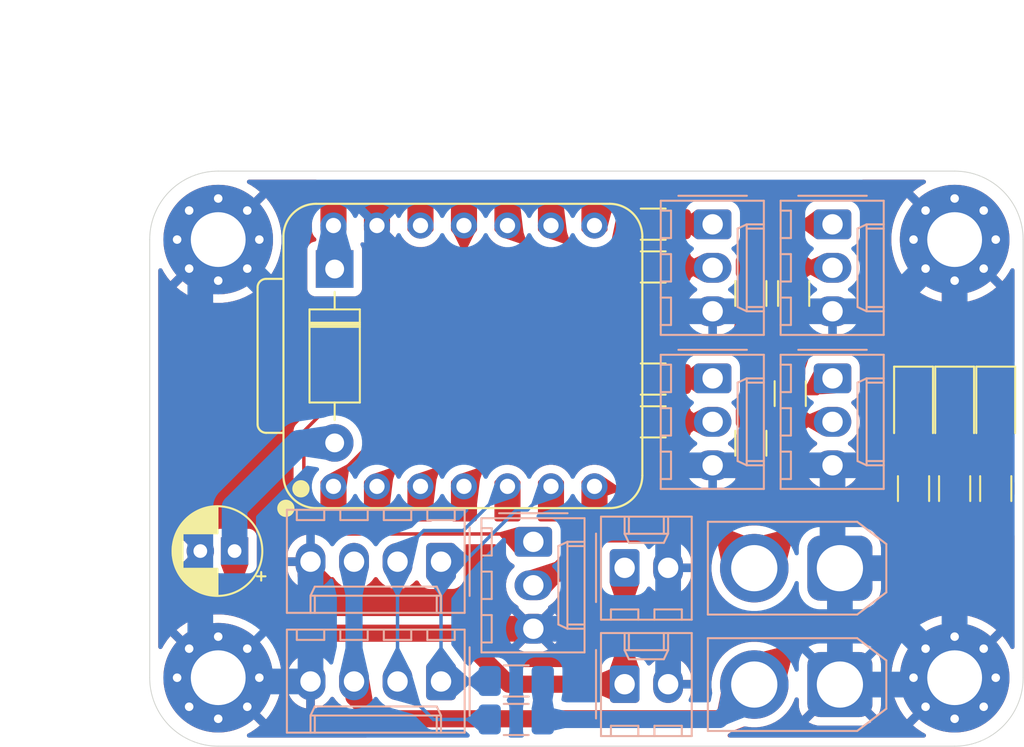
<source format=kicad_pcb>
(kicad_pcb (version 20241229) (generator "pcbnew") (generator_version "9.0")
  (layers (0 "F.Cu" signal) (2 "B.Cu" signal) (13 "F.Paste" user) (15 "B.Paste" user) (5 "F.SilkS" user "F.Silkscreen") (7 "B.SilkS" user "B.Silkscreen") (1 "F.Mask" user) (3 "B.Mask" user) (25 "Edge.Cuts" user))
  (net 0 "")
  (net 1 "GND")
  (net 2 "+5V")
  (net 3 "Net-(D1-K)")
  (net 4 "Net-(D2-A)")
  (net 5 "Net-(D3-A)")
  (net 6 "Net-(D4-A)")
  (net 7 "U2")
  (net 8 "U1")
  (net 9 "U3")
  (net 10 "U4")
  (net 11 "U5")
  (net 12 "U6")
  (net 13 "U7")
  (net 14 "U8")
  (net 15 "+12V")
  (net 16 "LI AX12A")
  (net 17 "+3.3V")
  (net 18 "SDA")
  (net 19 "SCL")
  (net 20 "Net-(U1-GPIO1{slash}D0{slash}A0)")
  (net 21 "Net-(U1-GPIO2{slash}DA{slash}A1)")
  (net 22 "Net-(U1-GPIO3{slash}D2{slash}A2)")
  (net 23 "Net-(U1-GPIO4{slash}D3{slash}A3)")
  (net 24 "Net-(U1-GPIO8{slash}D9{slash}A9{slash}MISO)")
  (net 25 "Net-(U1-GPIO7{slash}D8{slash}A8{slash}SCK)")
  (net 26 "Net-(U1-U0RXD{slash}D7{slash}RX)")
  (net 27 "Net-(U1-U0TXD{slash}D6{slash}TX)")
  (footprint "Capacitor_THT:CP_Radial_D5.0mm_P2.00mm" (layer "F.Cu") (at 113.355112 102.8 180)
    (property "Reference" "C1" (hide yes))
    (property "Value" "100µF" (hide yes))
    (pad "1" thru_hole rect (at 0 0 180) (size 1.6 1.6) (drill 0.8) (layers "*.Cu" "*.Mask") (net 2 "+5V"))
    (pad "2" thru_hole circle (at 2.000001 0 180) (size 1.6 1.6) (drill 0.8) (layers "*.Cu" "*.Mask") (net 1 "GND"))
  )
  (footprint "LED_SMD:LED_1206_3216Metric" (layer "F.Cu") (at 155.4 94.31 -90)
    (property "Reference" "D2" (hide yes))
    (property "Value" "LED_Small" (hide yes))
    (pad "1" smd roundrect (at -1.399999 0 270) (size 1.25 1.75) (layers "F.Cu" "F.Mask" "F.Paste") (roundrect_rratio 0.2) (net 1 "GND"))
    (pad "2" smd roundrect (at 1.399999 0 270) (size 1.25 1.75) (layers "F.Cu" "F.Mask" "F.Paste") (roundrect_rratio 0.2) (net 4 "Net-(D2-A)"))
  )
  (footprint "MountingHole:MountingHole_3.2mm_M3_Pad_Via" (layer "F.Cu") (at 155.4 84.6)
    (property "Reference" "H1" (hide yes))
    (property "Value" "MountingHole_Pad" (hide yes))
    (pad "1" thru_hole circle (at -2.4 0) (size 0.8 0.8) (drill 0.5) (layers "*.Cu" "*.Mask") (net 1 "GND"))
    (pad "1" thru_hole circle (at -1.697056 -1.697056) (size 0.8 0.8) (drill 0.5) (layers "*.Cu" "*.Mask") (net 1 "GND"))
    (pad "1" thru_hole circle (at -1.697056 1.697056) (size 0.8 0.8) (drill 0.5) (layers "*.Cu" "*.Mask") (net 1 "GND"))
    (pad "1" thru_hole circle (at 0 -2.4) (size 0.8 0.8) (drill 0.5) (layers "*.Cu" "*.Mask") (net 1 "GND"))
    (pad "1" thru_hole circle (at 0 0) (size 6.4 6.4) (drill 3.2) (layers "*.Cu" "*.Mask") (net 1 "GND"))
    (pad "1" thru_hole circle (at 0 2.4) (size 0.8 0.8) (drill 0.5) (layers "*.Cu" "*.Mask") (net 1 "GND"))
    (pad "1" thru_hole circle (at 1.697056 -1.697056) (size 0.8 0.8) (drill 0.5) (layers "*.Cu" "*.Mask") (net 1 "GND"))
    (pad "1" thru_hole circle (at 1.697056 1.697056) (size 0.8 0.8) (drill 0.5) (layers "*.Cu" "*.Mask") (net 1 "GND"))
    (pad "1" thru_hole circle (at 2.4 0) (size 0.8 0.8) (drill 0.5) (layers "*.Cu" "*.Mask") (net 1 "GND"))
  )
  (footprint "Seeed Studio XIAO Series Library:XIAO-ESP32S3-DIP" (layer "F.Cu") (at 126.75 91.4 90)
    (property "Reference" "U1" (hide yes))
    (property "Value" "XIAO-ESP32-S3-DIP" (hide yes))
    (pad "1" smd roundrect (at -8.455 -7.62 270) (size 2.432 1.524) (layers "F.Cu" "F.Mask") (roundrect_rratio 0.1) (net 20 "Net-(U1-GPIO1{slash}D0{slash}A0)"))
    (pad "1" thru_hole circle (at -7.62 -7.62 270) (size 1.524 1.524) (drill 0.889) (layers "*.Cu" "*.Mask") (net 20 "Net-(U1-GPIO1{slash}D0{slash}A0)"))
    (pad "2" smd roundrect (at -8.455 -5.08 270) (size 2.432 1.524) (layers "F.Cu" "F.Mask") (roundrect_rratio 0.1) (net 21 "Net-(U1-GPIO2{slash}DA{slash}A1)"))
    (pad "2" thru_hole circle (at -7.62 -5.08 270) (size 1.524 1.524) (drill 0.889) (layers "*.Cu" "*.Mask") (net 21 "Net-(U1-GPIO2{slash}DA{slash}A1)"))
    (pad "3" smd roundrect (at -8.455 -2.54 270) (size 2.432 1.524) (layers "F.Cu" "F.Mask") (roundrect_rratio 0.1) (net 22 "Net-(U1-GPIO3{slash}D2{slash}A2)"))
    (pad "3" thru_hole circle (at -7.62 -2.54 270) (size 1.524 1.524) (drill 0.889) (layers "*.Cu" "*.Mask") (net 22 "Net-(U1-GPIO3{slash}D2{slash}A2)"))
    (pad "4" smd roundrect (at -8.455 0 270) (size 2.432 1.524) (layers "F.Cu" "F.Mask") (roundrect_rratio 0.1) (net 23 "Net-(U1-GPIO4{slash}D3{slash}A3)"))
    (pad "4" thru_hole circle (at -7.62 0 270) (size 1.524 1.524) (drill 0.889) (layers "*.Cu" "*.Mask") (net 23 "Net-(U1-GPIO4{slash}D3{slash}A3)"))
    (pad "5" smd roundrect (at -8.455 2.54 270) (size 2.432 1.524) (layers "F.Cu" "F.Mask") (roundrect_rratio 0.1) (net 18 "SDA"))
    (pad "5" thru_hole circle (at -7.62 2.54 270) (size 1.524 1.524) (drill 0.889) (layers "*.Cu" "*.Mask") (net 18 "SDA"))
    (pad "6" smd roundrect (at -8.455 5.08 270) (size 2.432 1.524) (layers "F.Cu" "F.Mask") (roundrect_rratio 0.1) (net 19 "SCL"))
    (pad "6" thru_hole circle (at -7.62 5.08 270) (size 1.524 1.524) (drill 0.889) (layers "*.Cu" "*.Mask") (net 19 "SCL"))
    (pad "7" smd roundrect (at -8.455 7.62 270) (size 2.432 1.524) (layers "F.Cu" "F.Mask") (roundrect_rratio 0.1) (net 27 "Net-(U1-U0TXD{slash}D6{slash}TX)"))
    (pad "7" thru_hole circle (at -7.62 7.62 270) (size 1.524 1.524) (drill 0.889) (layers "*.Cu" "*.Mask") (net 27 "Net-(U1-U0TXD{slash}D6{slash}TX)"))
    (pad "8" thru_hole circle (at 7.62 7.62 90) (size 1.524 1.524) (drill 0.889) (layers "*.Cu" "*.Mask") (net 26 "Net-(U1-U0RXD{slash}D7{slash}RX)"))
    (pad "8" smd roundrect (at 8.455 7.62 90) (size 2.432 1.524) (layers "F.Cu" "F.Mask") (roundrect_rratio 0.1) (net 26 "Net-(U1-U0RXD{slash}D7{slash}RX)"))
    (pad "9" thru_hole circle (at 7.62 5.08 90) (size 1.524 1.524) (drill 0.889) (layers "*.Cu" "*.Mask") (net 25 "Net-(U1-GPIO7{slash}D8{slash}A8{slash}SCK)"))
    (pad "9" smd roundrect (at 8.455 5.08 90) (size 2.432 1.524) (layers "F.Cu" "F.Mask") (roundrect_rratio 0.1) (net 25 "Net-(U1-GPIO7{slash}D8{slash}A8{slash}SCK)"))
    (pad "10" thru_hole circle (at 7.62 2.54 90) (size 1.524 1.524) (drill 0.889) (layers "*.Cu" "*.Mask") (net 24 "Net-(U1-GPIO8{slash}D9{slash}A9{slash}MISO)"))
    (pad "10" smd roundrect (at 8.455 2.54 90) (size 2.432 1.524) (layers "F.Cu" "F.Mask") (roundrect_rratio 0.1) (net 24 "Net-(U1-GPIO8{slash}D9{slash}A9{slash}MISO)"))
    (pad "11" thru_hole circle (at 7.62 0 90) (size 1.524 1.524) (drill 0.889) (layers "*.Cu" "*.Mask") (net 16 "LI AX12A"))
    (pad "11" smd roundrect (at 8.455 0 90) (size 2.432 1.524) (layers "F.Cu" "F.Mask") (roundrect_rratio 0.1) (net 16 "LI AX12A"))
    (pad "12" thru_hole circle (at 7.62 -2.54 90) (size 1.524 1.524) (drill 0.889) (layers "*.Cu" "*.Mask"))
    (pad "12" smd roundrect (at 8.455 -2.54 90) (size 2.432 1.524) (layers "F.Cu" "F.Mask") (roundrect_rratio 0.1))
    (pad "13" thru_hole circle (at 7.62 -5.08 90) (size 1.524 1.524) (drill 0.889) (layers "*.Cu" "*.Mask") (net 1 "GND"))
    (pad "13" smd roundrect (at 8.455 -5.08 90) (size 2.432 1.524) (layers "F.Cu" "F.Mask") (roundrect_rratio 0.1) (net 1 "GND"))
    (pad "14" thru_hole circle (at 7.62 -7.62 90) (size 1.524 1.524) (drill 0.889) (layers "*.Cu" "*.Mask") (net 3 "Net-(D1-K)"))
    (pad "14" smd roundrect (at 8.455 -7.62 90) (size 2.432 1.524) (layers "F.Cu" "F.Mask") (roundrect_rratio 0.1) (net 3 "Net-(D1-K)"))
  )
  (footprint "Resistor_SMD:R_1206_3216Metric_Pad1.30x1.75mm_HandSolder" (layer "F.Cu") (at 146 87.75 -90)
    (property "Reference" "R4" (hide yes))
    (property "Value" "47" (hide yes))
    (pad "1" smd roundrect (at -1.550001 0 270) (size 1.3 1.75) (layers "F.Cu" "F.Mask" "F.Paste") (roundrect_rratio 0.192308) (net 10 "U4"))
    (pad "2" smd roundrect (at 1.550001 0 270) (size 1.3 1.75) (layers "F.Cu" "F.Mask" "F.Paste") (roundrect_rratio 0.192308) (net 21 "Net-(U1-GPIO2{slash}DA{slash}A1)"))
  )
  (footprint "MountingHole:MountingHole_3.2mm_M3_Pad_Via" (layer "F.Cu") (at 112.4 84.6)
    (property "Reference" "H3" (hide yes))
    (property "Value" "MountingHole_Pad" (hide yes))
    (pad "1" thru_hole circle (at -2.4 0) (size 0.8 0.8) (drill 0.5) (layers "*.Cu" "*.Mask") (net 1 "GND"))
    (pad "1" thru_hole circle (at -1.697056 -1.697056) (size 0.8 0.8) (drill 0.5) (layers "*.Cu" "*.Mask") (net 1 "GND"))
    (pad "1" thru_hole circle (at -1.697056 1.697056) (size 0.8 0.8) (drill 0.5) (layers "*.Cu" "*.Mask") (net 1 "GND"))
    (pad "1" thru_hole circle (at 0 -2.4) (size 0.8 0.8) (drill 0.5) (layers "*.Cu" "*.Mask") (net 1 "GND"))
    (pad "1" thru_hole circle (at 0 0) (size 6.4 6.4) (drill 3.2) (layers "*.Cu" "*.Mask") (net 1 "GND"))
    (pad "1" thru_hole circle (at 0 2.4) (size 0.8 0.8) (drill 0.5) (layers "*.Cu" "*.Mask") (net 1 "GND"))
    (pad "1" thru_hole circle (at 1.697056 -1.697056) (size 0.8 0.8) (drill 0.5) (layers "*.Cu" "*.Mask") (net 1 "GND"))
    (pad "1" thru_hole circle (at 1.697056 1.697056) (size 0.8 0.8) (drill 0.5) (layers "*.Cu" "*.Mask") (net 1 "GND"))
    (pad "1" thru_hole circle (at 2.4 0) (size 0.8 0.8) (drill 0.5) (layers "*.Cu" "*.Mask") (net 1 "GND"))
  )
  (footprint "Resistor_SMD:R_1206_3216Metric_Pad1.30x1.75mm_HandSolder" (layer "F.Cu") (at 143.5 87.75 -90)
    (property "Reference" "R3" (hide yes))
    (property "Value" "47" (hide yes))
    (pad "1" smd roundrect (at -1.550001 0 270) (size 1.3 1.75) (layers "F.Cu" "F.Mask" "F.Paste") (roundrect_rratio 0.192308) (net 9 "U3"))
    (pad "2" smd roundrect (at 1.550001 0 270) (size 1.3 1.75) (layers "F.Cu" "F.Mask" "F.Paste") (roundrect_rratio 0.192308) (net 20 "Net-(U1-GPIO1{slash}D0{slash}A0)"))
  )
  (footprint "Resistor_SMD:R_1206_3216Metric_Pad1.30x1.75mm_HandSolder" (layer "F.Cu") (at 153 99.15 90)
    (property "Reference" "R11" (hide yes))
    (property "Value" "1k" (hide yes))
    (pad "1" smd roundrect (at -1.550001 0 90) (size 1.3 1.75) (layers "F.Cu" "F.Mask" "F.Paste") (roundrect_rratio 0.192308) (net 15 "+12V"))
    (pad "2" smd roundrect (at 1.550001 0 90) (size 1.3 1.75) (layers "F.Cu" "F.Mask" "F.Paste") (roundrect_rratio 0.192308) (net 6 "Net-(D4-A)"))
  )
  (footprint "LED_SMD:LED_1206_3216Metric" (layer "F.Cu") (at 153 94.31 -90)
    (property "Reference" "D4" (hide yes))
    (property "Value" "LED_Small" (hide yes))
    (pad "1" smd roundrect (at -1.399999 0 270) (size 1.25 1.75) (layers "F.Cu" "F.Mask" "F.Paste") (roundrect_rratio 0.2) (net 1 "GND"))
    (pad "2" smd roundrect (at 1.399999 0 270) (size 1.25 1.75) (layers "F.Cu" "F.Mask" "F.Paste") (roundrect_rratio 0.2) (net 6 "Net-(D4-A)"))
  )
  (footprint "Resistor_SMD:R_1206_3216Metric_Pad1.30x1.75mm_HandSolder" (layer "F.Cu") (at 137.8 83.7 180)
    (property "Reference" "R1" (hide yes))
    (property "Value" "47" (hide yes))
    (pad "1" smd roundrect (at -1.550001 0 180) (size 1.3 1.75) (layers "F.Cu" "F.Mask" "F.Paste") (roundrect_rratio 0.192308) (net 8 "U1"))
    (pad "2" smd roundrect (at 1.550001 0 180) (size 1.3 1.75) (layers "F.Cu" "F.Mask" "F.Paste") (roundrect_rratio 0.192308) (net 25 "Net-(U1-GPIO7{slash}D8{slash}A8{slash}SCK)"))
  )
  (footprint "Resistor_SMD:R_1206_3216Metric_Pad1.30x1.75mm_HandSolder" (layer "F.Cu") (at 157.8 99.15 90)
    (property "Reference" "R10" (hide yes))
    (property "Value" "1k" (hide yes))
    (pad "1" smd roundrect (at -1.550001 0 90) (size 1.3 1.75) (layers "F.Cu" "F.Mask" "F.Paste") (roundrect_rratio 0.192308) (net 17 "+3.3V"))
    (pad "2" smd roundrect (at 1.550001 0 90) (size 1.3 1.75) (layers "F.Cu" "F.Mask" "F.Paste") (roundrect_rratio 0.192308) (net 5 "Net-(D3-A)"))
  )
  (footprint "Resistor_SMD:R_1206_3216Metric_Pad1.30x1.75mm_HandSolder" (layer "F.Cu") (at 137.8 92.75 180)
    (property "Reference" "R5" (hide yes))
    (property "Value" "47" (hide yes))
    (pad "1" smd roundrect (at -1.550001 0 180) (size 1.3 1.75) (layers "F.Cu" "F.Mask" "F.Paste") (roundrect_rratio 0.192308) (net 11 "U5"))
    (pad "2" smd roundrect (at 1.550001 0 180) (size 1.3 1.75) (layers "F.Cu" "F.Mask" "F.Paste") (roundrect_rratio 0.192308) (net 22 "Net-(U1-GPIO3{slash}D2{slash}A2)"))
  )
  (footprint "Resistor_SMD:R_1206_3216Metric_Pad1.30x1.75mm_HandSolder" (layer "F.Cu") (at 155.4 99.150001 90)
    (property "Reference" "R7" (hide yes))
    (property "Value" "1k" (hide yes))
    (pad "1" smd roundrect (at -1.550001 0 90) (size 1.3 1.75) (layers "F.Cu" "F.Mask" "F.Paste") (roundrect_rratio 0.192308) (net 2 "+5V"))
    (pad "2" smd roundrect (at 1.550001 0 90) (size 1.3 1.75) (layers "F.Cu" "F.Mask" "F.Paste") (roundrect_rratio 0.192308) (net 4 "Net-(D2-A)"))
  )
  (footprint "Diode_THT:D_DO-41_SOD81_P10.16mm_Horizontal" (layer "F.Cu") (at 119.2 86.32 -90)
    (property "Reference" "D1" (hide yes))
    (property "Value" "D_Shottky" (hide yes))
    (pad "1" thru_hole rect (at 0 0 270) (size 2.2 2.2) (drill 1.1) (layers "*.Cu" "*.Mask") (net 3 "Net-(D1-K)"))
    (pad "2" thru_hole oval (at 10.16 0 270) (size 2.2 2.2) (drill 1.1) (layers "*.Cu" "*.Mask") (net 2 "+5V"))
  )
  (footprint "MountingHole:MountingHole_3.2mm_M3_Pad_Via" (layer "F.Cu") (at 155.4 110.2)
    (property "Reference" "H2" (hide yes))
    (property "Value" "MountingHole_Pad" (hide yes))
    (pad "1" thru_hole circle (at -2.4 0) (size 0.8 0.8) (drill 0.5) (layers "*.Cu" "*.Mask") (net 1 "GND"))
    (pad "1" thru_hole circle (at -1.697056 -1.697056) (size 0.8 0.8) (drill 0.5) (layers "*.Cu" "*.Mask") (net 1 "GND"))
    (pad "1" thru_hole circle (at -1.697056 1.697056) (size 0.8 0.8) (drill 0.5) (layers "*.Cu" "*.Mask") (net 1 "GND"))
    (pad "1" thru_hole circle (at 0 -2.4) (size 0.8 0.8) (drill 0.5) (layers "*.Cu" "*.Mask") (net 1 "GND"))
    (pad "1" thru_hole circle (at 0 0) (size 6.4 6.4) (drill 3.2) (layers "*.Cu" "*.Mask") (net 1 "GND"))
    (pad "1" thru_hole circle (at 0 2.4) (size 0.8 0.8) (drill 0.5) (layers "*.Cu" "*.Mask") (net 1 "GND"))
    (pad "1" thru_hole circle (at 1.697056 -1.697056) (size 0.8 0.8) (drill 0.5) (layers "*.Cu" "*.Mask") (net 1 "GND"))
    (pad "1" thru_hole circle (at 1.697056 1.697056) (size 0.8 0.8) (drill 0.5) (layers "*.Cu" "*.Mask") (net 1 "GND"))
    (pad "1" thru_hole circle (at 2.4 0) (size 0.8 0.8) (drill 0.5) (layers "*.Cu" "*.Mask") (net 1 "GND"))
  )
  (footprint "Resistor_SMD:R_1206_3216Metric_Pad1.30x1.75mm_HandSolder" (layer "F.Cu") (at 137.8 86.2 180)
    (property "Reference" "R2" (hide yes))
    (property "Value" "47" (hide yes))
    (pad "1" smd roundrect (at -1.550001 0 180) (size 1.3 1.75) (layers "F.Cu" "F.Mask" "F.Paste") (roundrect_rratio 0.192308) (net 7 "U2"))
    (pad "2" smd roundrect (at 1.550001 0 180) (size 1.3 1.75) (layers "F.Cu" "F.Mask" "F.Paste") (roundrect_rratio 0.192308) (net 24 "Net-(U1-GPIO8{slash}D9{slash}A9{slash}MISO)"))
  )
  (footprint "Resistor_SMD:R_1206_3216Metric_Pad1.30x1.75mm_HandSolder" (layer "F.Cu") (at 145.8 93.6 -90)
    (property "Reference" "R12" (hide yes))
    (property "Value" "47" (hide yes))
    (pad "1" smd roundrect (at -1.550001 0 270) (size 1.3 1.75) (layers "F.Cu" "F.Mask" "F.Paste") (roundrect_rratio 0.192308) (net 26 "Net-(U1-U0RXD{slash}D7{slash}RX)"))
    (pad "2" smd roundrect (at 1.550001 0 270) (size 1.3 1.75) (layers "F.Cu" "F.Mask" "F.Paste") (roundrect_rratio 0.192308) (net 14 "U8"))
  )
  (footprint "Resistor_SMD:R_1206_3216Metric_Pad1.30x1.75mm_HandSolder" (layer "F.Cu") (at 137.8 95.25)
    (property "Reference" "R6" (hide yes))
    (property "Value" "47" (hide yes))
    (pad "1" smd roundrect (at -1.550001 0) (size 1.3 1.75) (layers "F.Cu" "F.Mask" "F.Paste") (roundrect_rratio 0.192308) (net 23 "Net-(U1-GPIO4{slash}D3{slash}A3)"))
    (pad "2" smd roundrect (at 1.550001 0) (size 1.3 1.75) (layers "F.Cu" "F.Mask" "F.Paste") (roundrect_rratio 0.192308) (net 12 "U6"))
  )
  (footprint "Resistor_SMD:R_1206_3216Metric_Pad1.30x1.75mm_HandSolder" (layer "F.Cu") (at 143.5 96.5 -90)
    (property "Reference" "R13" (hide yes))
    (property "Value" "47" (hide yes))
    (pad "1" smd roundrect (at -1.550001 0 270) (size 1.3 1.75) (layers "F.Cu" "F.Mask" "F.Paste") (roundrect_rratio 0.192308) (net 13 "U7"))
    (pad "2" smd roundrect (at 1.550001 0 270) (size 1.3 1.75) (layers "F.Cu" "F.Mask" "F.Paste") (roundrect_rratio 0.192308) (net 27 "Net-(U1-U0TXD{slash}D6{slash}TX)"))
  )
  (footprint "MountingHole:MountingHole_3.2mm_M3_Pad_Via" (layer "F.Cu") (at 112.4 110.2)
    (property "Reference" "H4" (hide yes))
    (property "Value" "MountingHole_Pad" (hide yes))
    (pad "1" thru_hole circle (at -2.4 0) (size 0.8 0.8) (drill 0.5) (layers "*.Cu" "*.Mask") (net 1 "GND"))
    (pad "1" thru_hole circle (at -1.697056 -1.697056) (size 0.8 0.8) (drill 0.5) (layers "*.Cu" "*.Mask") (net 1 "GND"))
    (pad "1" thru_hole circle (at -1.697056 1.697056) (size 0.8 0.8) (drill 0.5) (layers "*.Cu" "*.Mask") (net 1 "GND"))
    (pad "1" thru_hole circle (at 0 -2.4) (size 0.8 0.8) (drill 0.5) (layers "*.Cu" "*.Mask") (net 1 "GND"))
    (pad "1" thru_hole circle (at 0 0) (size 6.4 6.4) (drill 3.2) (layers "*.Cu" "*.Mask") (net 1 "GND"))
    (pad "1" thru_hole circle (at 0 2.4) (size 0.8 0.8) (drill 0.5) (layers "*.Cu" "*.Mask") (net 1 "GND"))
    (pad "1" thru_hole circle (at 1.697056 -1.697056) (size 0.8 0.8) (drill 0.5) (layers "*.Cu" "*.Mask") (net 1 "GND"))
    (pad "1" thru_hole circle (at 1.697056 1.697056) (size 0.8 0.8) (drill 0.5) (layers "*.Cu" "*.Mask") (net 1 "GND"))
    (pad "1" thru_hole circle (at 2.4 0) (size 0.8 0.8) (drill 0.5) (layers "*.Cu" "*.Mask") (net 1 "GND"))
  )
  (footprint "LED_SMD:LED_1206_3216Metric" (layer "F.Cu") (at 157.8 94.31 -90)
    (property "Reference" "D3" (hide yes))
    (property "Value" "LED_Small" (hide yes))
    (pad "1" smd roundrect (at -1.399999 0 270) (size 1.25 1.75) (layers "F.Cu" "F.Mask" "F.Paste") (roundrect_rratio 0.2) (net 1 "GND"))
    (pad "2" smd roundrect (at 1.399999 0 270) (size 1.25 1.75) (layers "F.Cu" "F.Mask" "F.Paste") (roundrect_rratio 0.2) (net 5 "Net-(D3-A)"))
  )
  (footprint "Connector_Molex:Molex_KK-254_AE-6410-03A_1x03_P2.54mm_Vertical" (layer "B.Cu") (at 130.8 102.26 -90)
    (property "Reference" "J5" (hide yes))
    (property "Value" "con AX12A" (hide yes))
    (pad "1" thru_hole roundrect (at 0 0 270) (size 1.74 2.19) (drill 1.19) (layers "*.Cu" "*.Mask") (roundrect_rratio 0.143678) (net 16 "LI AX12A"))
    (pad "2" thru_hole oval (at 2.54 0 270) (size 1.74 2.19) (drill 1.19) (layers "*.Cu" "*.Mask") (net 15 "+12V"))
    (pad "3" thru_hole oval (at 5.079999 0 270) (size 1.74 2.19) (drill 1.19) (layers "*.Cu" "*.Mask") (net 1 "GND"))
  )
  (footprint "Connector_AMASS:AMASS_XT30U-F_1x02_P5.0mm_Vertical" (layer "B.Cu") (at 148.7 103.8 180)
    (property "Reference" "J12" (hide yes))
    (property "Value" "conn 12v" (hide yes))
    (pad "1" thru_hole roundrect (at 0 0 180) (size 3.8 3.8) (drill 2.7) (layers "*.Cu" "*.Mask") (roundrect_rratio 0.2) (net 1 "GND"))
    (pad "2" thru_hole circle (at 5 0 180) (size 4 4) (drill 2.7) (layers "*.Cu" "*.Mask") (net 15 "+12V"))
  )
  (footprint "Connector_Molex:Molex_KK-254_AE-6410-03A_1x03_P2.54mm_Vertical" (layer "B.Cu") (at 141.27 83.71 -90)
    (property "Reference" "J1" (hide yes))
    (property "Value" "UART CL")
    (pad "1" thru_hole roundrect (at 0 0 270) (size 1.74 2.19) (drill 1.19) (layers "*.Cu" "*.Mask") (roundrect_rratio 0.143678) (net 8 "U1"))
    (pad "2" thru_hole oval (at 2.54 0 270) (size 1.74 2.19) (drill 1.19) (layers "*.Cu" "*.Mask") (net 7 "U2"))
    (pad "3" thru_hole oval (at 5.079999 0 270) (size 1.74 2.19) (drill 1.19) (layers "*.Cu" "*.Mask") (net 1 "GND"))
  )
  (footprint "Connector_Molex:Molex_KK-254_AE-6410-02A_1x02_P2.54mm_Vertical" (layer "B.Cu") (at 136.13 103.78)
    (property "Reference" "J8" (hide yes))
    (property "Value" "conn 5v" (hide yes))
    (pad "1" thru_hole roundrect (at 0 0) (size 1.74 2.19) (drill 1.19) (layers "*.Cu" "*.Mask") (roundrect_rratio 0.143678) (net 2 "+5V"))
    (pad "2" thru_hole oval (at 2.54 0) (size 1.74 2.19) (drill 1.19) (layers "*.Cu" "*.Mask") (net 1 "GND"))
  )
  (footprint "Connector_Molex:Molex_KK-254_AE-6410-03A_1x03_P2.54mm_Vertical" (layer "B.Cu") (at 148.27 83.71 -90)
    (property "Reference" "J2" (hide yes))
    (property "Value" "UART CM")
    (pad "1" thru_hole roundrect (at 0 0 270) (size 1.74 2.19) (drill 1.19) (layers "*.Cu" "*.Mask") (roundrect_rratio 0.143678) (net 9 "U3"))
    (pad "2" thru_hole oval (at 2.54 0 270) (size 1.74 2.19) (drill 1.19) (layers "*.Cu" "*.Mask") (net 10 "U4"))
    (pad "3" thru_hole oval (at 5.079999 0 270) (size 1.74 2.19) (drill 1.19) (layers "*.Cu" "*.Mask") (net 1 "GND"))
  )
  (footprint "Connector_Molex:Molex_KK-254_AE-6410-04A_1x04_P2.54mm_Vertical" (layer "B.Cu") (at 125.410001 110.419999 180)
    (property "Reference" "J9" (hide yes))
    (property "Value" "I2C Extension" (hide yes))
    (pad "1" thru_hole roundrect (at 0 0 180) (size 1.74 2.19) (drill 1.19) (layers "*.Cu" "*.Mask") (roundrect_rratio 0.143678) (net 19 "SCL"))
    (pad "2" thru_hole oval (at 2.54 0 180) (size 1.74 2.19) (drill 1.19) (layers "*.Cu" "*.Mask") (net 18 "SDA"))
    (pad "3" thru_hole oval (at 5.079999 0 180) (size 1.74 2.19) (drill 1.19) (layers "*.Cu" "*.Mask") (net 17 "+3.3V"))
    (pad "4" thru_hole oval (at 7.62 0 180) (size 1.74 2.19) (drill 1.19) (layers "*.Cu" "*.Mask") (net 1 "GND"))
  )
  (footprint "Connector_Molex:Molex_KK-254_AE-6410-04A_1x04_P2.54mm_Vertical" (layer "B.Cu") (at 125.41 103.42 180)
    (property "Reference" "J10" (hide yes))
    (property "Value" "I2C Extension" (hide yes))
    (pad "1" thru_hole roundrect (at 0 0 180) (size 1.74 2.19) (drill 1.19) (layers "*.Cu" "*.Mask") (roundrect_rratio 0.143678) (net 19 "SCL"))
    (pad "2" thru_hole oval (at 2.54 0 180) (size 1.74 2.19) (drill 1.19) (layers "*.Cu" "*.Mask") (net 18 "SDA"))
    (pad "3" thru_hole oval (at 5.079999 0 180) (size 1.74 2.19) (drill 1.19) (layers "*.Cu" "*.Mask") (net 17 "+3.3V"))
    (pad "4" thru_hole oval (at 7.62 0 180) (size 1.74 2.19) (drill 1.19) (layers "*.Cu" "*.Mask") (net 1 "GND"))
  )
  (footprint "Connector_Molex:Molex_KK-254_AE-6410-02A_1x02_P2.54mm_Vertical" (layer "B.Cu") (at 136.13 110.579999)
    (property "Reference" "J6" (hide yes))
    (property "Value" "ventilo" (hide yes))
    (pad "1" thru_hole roundrect (at 0 0) (size 1.74 2.19) (drill 1.19) (layers "*.Cu" "*.Mask") (roundrect_rratio 0.143678) (net 2 "+5V"))
    (pad "2" thru_hole oval (at 2.54 0) (size 1.74 2.19) (drill 1.19) (layers "*.Cu" "*.Mask") (net 1 "GND"))
  )
  (footprint "Connector_Molex:Molex_KK-254_AE-6410-03A_1x03_P2.54mm_Vertical" (layer "B.Cu") (at 148.27 92.71 -90)
    (property "Reference" "J4" (hide yes))
    (property "Value" "UART CE")
    (pad "1" thru_hole roundrect (at 0 0 270) (size 1.74 2.19) (drill 1.19) (layers "*.Cu" "*.Mask") (roundrect_rratio 0.143678) (net 13 "U7"))
    (pad "2" thru_hole oval (at 2.54 0 270) (size 1.74 2.19) (drill 1.19) (layers "*.Cu" "*.Mask") (net 14 "U8"))
    (pad "3" thru_hole oval (at 5.079999 0 270) (size 1.74 2.19) (drill 1.19) (layers "*.Cu" "*.Mask") (net 1 "GND"))
  )
  (footprint "Resistor_SMD:R_1206_3216Metric_Pad1.30x1.75mm_HandSolder" (layer "B.Cu") (at 129.799998 112.640001)
    (property "Reference" "R9" (hide yes))
    (property "Value" "1k" (hide yes))
    (pad "1" smd roundrect (at -1.550001 0) (size 1.3 1.75) (layers "B.Cu" "B.Mask" "B.Paste") (roundrect_rratio 0.192308) (net 18 "SDA"))
    (pad "2" smd roundrect (at 1.550001 0) (size 1.3 1.75) (layers "B.Cu" "B.Mask" "B.Paste") (roundrect_rratio 0.192308) (net 17 "+3.3V"))
  )
  (footprint "Connector_Molex:Molex_KK-254_AE-6410-03A_1x03_P2.54mm_Vertical" (layer "B.Cu") (at 141.27 92.71 -90)
    (property "Reference" "J3" (hide yes))
    (property "Value" "UART CC")
    (pad "1" thru_hole roundrect (at 0 0 270) (size 1.74 2.19) (drill 1.19) (layers "*.Cu" "*.Mask") (roundrect_rratio 0.143678) (net 11 "U5"))
    (pad "2" thru_hole oval (at 2.54 0 270) (size 1.74 2.19) (drill 1.19) (layers "*.Cu" "*.Mask") (net 12 "U6"))
    (pad "3" thru_hole oval (at 5.079999 0 270) (size 1.74 2.19) (drill 1.19) (layers "*.Cu" "*.Mask") (net 1 "GND"))
  )
  (footprint "Connector_AMASS:AMASS_XT30U-F_1x02_P5.0mm_Vertical" (layer "B.Cu") (at 148.7 110.6 180)
    (property "Reference" "J7" (hide yes))
    (property "Value" "conn 3.3v" (hide yes))
    (pad "1" thru_hole roundrect (at 0 0 180) (size 3.8 3.8) (drill 2.7) (layers "*.Cu" "*.Mask") (roundrect_rratio 0.2) (net 1 "GND"))
    (pad "2" thru_hole circle (at 5 0 180) (size 4 4) (drill 2.7) (layers "*.Cu" "*.Mask") (net 17 "+3.3V"))
  )
  (footprint "Resistor_SMD:R_1206_3216Metric_Pad1.30x1.75mm_HandSolder" (layer "B.Cu") (at 129.799998 110.39)
    (property "Reference" "R8" (hide yes))
    (property "Value" "1k" (hide yes))
    (pad "1" smd roundrect (at -1.550001 0) (size 1.3 1.75) (layers "B.Cu" "B.Mask" "B.Paste") (roundrect_rratio 0.192308) (net 19 "SCL"))
    (pad "2" smd roundrect (at 1.550001 0) (size 1.3 1.75) (layers "B.Cu" "B.Mask" "B.Paste") (roundrect_rratio 0.192308) (net 17 "+3.3V"))
  )
  (gr_arc (start 159.400001 110.2) (mid 158.228427 113.028427) (end 155.400001 114.2) (stroke (width 0.05)) (layer "Edge.Cuts"))
  (gr_line (start 159.400001 110.2) (end 159.4 84.6) (stroke (width 0.05)) (layer "Edge.Cuts"))
  (gr_line (start 112.399999 114.2) (end 155.400001 114.2) (stroke (width 0.05)) (layer "Edge.Cuts"))
  (gr_line (start 155.4 80.6) (end 112.4 80.6) (stroke (width 0.05)) (layer "Edge.Cuts"))
  (gr_line (start 108.4 84.6) (end 108.4 110.2) (stroke (width 0.05)) (layer "Edge.Cuts"))
  (gr_arc (start 112.399999 114.2) (mid 109.571573 113.028426) (end 108.4 110.2) (stroke (width 0.05)) (layer "Edge.Cuts"))
  (gr_arc (start 155.4 80.6) (mid 158.228427 81.771573) (end 159.4 84.6) (stroke (width 0.05)) (layer "Edge.Cuts"))
  (gr_arc (start 108.4 84.6) (mid 109.571573 81.771573) (end 112.4 80.6) (stroke (width 0.05)) (layer "Edge.Cuts"))
  (segment (start 117.79 103.42) (end 117.79 104.19) (width 1.5) (layer "F.Cu") (net 1))
  (segment (start 155.4 92.910001) (end 155.4 84.6) (width 1.5) (layer "F.Cu") (net 1))
  (segment (start 128.739999 107.339999) (end 130.8 107.339999) (width 1.5) (layer "F.Cu") (net 1))
  (segment (start 119.4 105.8) (end 127.2 105.8) (width 1.5) (layer "F.Cu") (net 1))
  (segment (start 155.4 92.910001) (end 153 92.910001) (width 1.5) (layer "F.Cu") (net 1))
  (segment (start 157.8 92.910001) (end 155.4 92.910001) (width 1.5) (layer "F.Cu") (net 1))
  (segment (start 127.2 105.8) (end 128.739999 107.339999) (width 1.5) (layer "F.Cu") (net 1))
  (segment (start 117.79 104.19) (end 119.4 105.8) (width 1.5) (layer "F.Cu") (net 1))
  (segment (start 121.8 88.789999) (end 121.67 88.659999) (width 1.5) (layer "B.Cu") (net 1))
  (segment (start 116.589999 88.789999) (end 112.4 84.6) (width 1.5) (layer "B.Cu") (net 1))
  (segment (start 151.210001 88.789999) (end 155.4 84.6) (width 1.5) (layer "B.Cu") (net 1))
  (segment (start 148.27 103.37) (end 148.7 103.8) (width 1.5) (layer "B.Cu") (net 1))
  (segment (start 124.989999 88.789999) (end 116.589999 88.789999) (width 1.5) (layer "B.Cu") (net 1))
  (segment (start 144.6 97.789999) (end 141.27 97.789999) (width 1.5) (layer "B.Cu") (net 1))
  (segment (start 117.79 103.42) (end 117.790001 107.4) (width 1.5) (layer "B.Cu") (net 1))
  (segment (start 144.8 88.789999) (end 141.27 88.789999) (width 1.5) (layer "B.Cu") (net 1))
  (segment (start 155.389999 97.789999) (end 155.4 97.8) (width 1.5) (layer "B.Cu") (net 1))
  (segment (start 117.790001 107.4) (end 117.790001 110.419999) (width 1.5) (layer "B.Cu") (net 1))
  (segment (start 138.6 88.789999) (end 124.989999 88.789999) (width 1.5) (layer "B.Cu") (net 1))
  (segment (start 148.7 103.8) (end 148.7 107.239999) (width 1.5) (layer "B.Cu") (net 1))
  (segment (start 117.850002 107.339999) (end 117.790001 107.4) (width 1.5) (layer "B.Cu") (net 1))
  (segment (start 152.539999 107.339999) (end 155.4 110.2) (width 1.5) (layer "B.Cu") (net 1))
  (segment (start 148.27 97.789999) (end 148.27 103.37) (width 1.5) (layer "B.Cu") (net 1))
  (segment (start 148.7 107.439999) (end 148.6 107.339999) (width 1.5) (layer "B.Cu") (net 1))
  (segment (start 138.67 97.8) (end 138.67 88.859999) (width 1.5) (layer "B.Cu") (net 1))
  (segment (start 121.67 88.659999) (end 121.67 83.78) (width 1.5) (layer "B.Cu") (net 1))
  (segment (start 148.7 107.239999) (end 148.6 107.339999) (width 1.5) (layer "B.Cu") (net 1))
  (segment (start 138.8 107.339999) (end 148.6 107.339999) (width 1.5) (layer "B.Cu") (net 1))
  (segment (start 111.355111 85.644889) (end 112.4 84.6) (width 1.5) (layer "B.Cu") (net 1))
  (segment (start 117.790001 110.419999) (end 112.619999 110.419999) (width 1.5) (layer "B.Cu") (net 1))
  (segment (start 154.2 103.8) (end 155.4 105) (width 1.5) (layer "B.Cu") (net 1))
  (segment (start 138.67 110.579999) (end 138.67 107.469999) (width 1.5) (layer "B.Cu") (net 1))
  (segment (start 148.7 110.6) (end 155 110.6) (width 1.5) (layer "B.Cu") (net 1))
  (segment (start 112.619999 110.419999) (end 112.4 110.2) (width 1.5) (layer "B.Cu") (net 1))
  (segment (start 138.67 103.78) (end 138.67 97.8) (width 1.5) (layer "B.Cu") (net 1))
  (segment (start 155 110.6) (end 155.4 110.2) (width 1.5) (layer "B.Cu") (net 1))
  (segment (start 138.67 103.78) (end 138.67 107.469999) (width 1.5) (layer "B.Cu") (net 1))
  (segment (start 148.27 97.789999) (end 155.389999 97.789999) (width 1.5) (layer "B.Cu") (net 1))
  (segment (start 148.6 107.339999) (end 152.539999 107.339999) (width 1.5) (layer "B.Cu") (net 1))
  (segment (start 141.27 88.789999) (end 138.6 88.789999) (width 1.5) (layer "B.Cu") (net 1))
  (segment (start 155.4 84.6) (end 155.4 97.8) (width 1.5) (layer "B.Cu") (net 1))
  (segment (start 148.27 88.789999) (end 151.210001 88.789999) (width 1.5) (layer "B.Cu") (net 1))
  (segment (start 111.355111 102.8) (end 111.355111 109.155111) (width 1.5) (layer "B.Cu") (net 1))
  (segment (start 148.27 88.789999) (end 144.8 88.789999) (width 1.5) (layer "B.Cu") (net 1))
  (segment (start 138.67 88.859999) (end 138.6 88.789999) (width 1.5) (layer "B.Cu") (net 1))
  (segment (start 148.7 103.8) (end 154.2 103.8) (width 1.5) (layer "B.Cu") (net 1))
  (segment (start 111.355111 102.8) (end 111.355111 85.644889) (width 1.5) (layer "B.Cu") (net 1))
  (segment (start 111.355111 109.155111) (end 112.4 110.2) (width 1.5) (layer "B.Cu") (net 1))
  (segment (start 148.7 110.6) (end 148.7 107.439999) (width 1.5) (layer "B.Cu") (net 1))
  (segment (start 144.8 88.789999) (end 144.8 97.589999) (width 1.5) (layer "B.Cu") (net 1))
  (segment (start 144.8 97.589999) (end 144.6 97.789999) (width 1.5) (layer "B.Cu") (net 1))
  (segment (start 141.27 97.789999) (end 138.680001 97.789999) (width 1.5) (layer "B.Cu") (net 1))
  (segment (start 138.67 107.469999) (end 138.8 107.339999) (width 1.5) (layer "B.Cu") (net 1))
  (segment (start 138.680001 97.789999) (end 138.67 97.8) (width 1.5) (layer "B.Cu") (net 1))
  (segment (start 130.8 107.339999) (end 138.8 107.339999) (width 1.5) (layer "B.Cu") (net 1))
  (segment (start 148.27 97.789999) (end 144.6 97.789999) (width 1.5) (layer "B.Cu") (net 1))
  (segment (start 155.4 97.8) (end 155.4 110.2) (width 1.5) (layer "B.Cu") (net 1))
  (segment (start 155.4 105) (end 155.4 110.2) (width 1.5) (layer "B.Cu") (net 1))
  (segment (start 136.13 107.2) (end 136.13 110.579999) (width 1) (layer "F.Cu") (net 2))
  (segment (start 136.13 106.6) (end 151.2 106.6) (width 0.5) (layer "F.Cu") (net 2))
  (segment (start 126.4 107.6) (end 116.4 107.6) (width 1) (layer "F.Cu") (net 2))
  (segment (start 136.13 110.579999) (end 129.379999 110.579999) (width 1) (layer "F.Cu") (net 2))
  (segment (start 155.4 102.4) (end 155.4 100.700002) (width 0.5) (layer "F.Cu") (net 2))
  (segment (start 113.355112 104.555112) (end 113.355112 102.8) (width 1) (layer "F.Cu") (net 2))
  (segment (start 116.4 107.6) (end 113.355112 104.555112) (width 1) (layer "F.Cu") (net 2))
  (segment (start 136.13 103.78) (end 136.13 107.2) (width 1) (layer "F.Cu") (net 2))
  (segment (start 151.2 106.6) (end 155.4 102.4) (width 0.5) (layer "F.Cu") (net 2))
  (segment (start 129.379999 110.579999) (end 126.4 107.6) (width 1) (layer "F.Cu") (net 2))
  (segment (start 113.355112 100.244888) (end 117.12 96.48) (width 1.5) (layer "B.Cu") (net 2))
  (segment (start 117.12 96.48) (end 119.2 96.48) (width 1.5) (layer "B.Cu") (net 2))
  (segment (start 113.355112 102.8) (end 113.355112 100.244888) (width 1.5) (layer "B.Cu") (net 2))
  (segment (start 119.13 86.25) (end 119.13 83.78) (width 1.5) (layer "B.Cu") (net 3))
  (segment (start 119.2 86.32) (end 119.13 86.25) (width 1.5) (layer "B.Cu") (net 3))
  (segment (start 155.4 95.709999) (end 155.4 97.6) (width 0.5) (layer "F.Cu") (net 4))
  (segment (start 157.8 97.599999) (end 157.8 95.709999) (width 0.5) (layer "F.Cu") (net 5))
  (segment (start 153 95.709999) (end 153 97.599999) (width 0.5) (layer "F.Cu") (net 6))
  (segment (start 139.350001 86.2) (end 141.22 86.2) (width 0.2) (layer "F.Cu") (net 7))
  (segment (start 141.22 86.2) (end 141.27 86.25) (width 0.2) (layer "F.Cu") (net 7))
  (segment (start 141.26 83.7) (end 141.27 83.71) (width 0.2) (layer "F.Cu") (net 8))
  (segment (start 139.350001 83.7) (end 141.26 83.7) (width 0.2) (layer "F.Cu") (net 8))
  (segment (start 145.29 83.71) (end 148.27 83.71) (width 0.2) (layer "F.Cu") (net 9))
  (segment (start 143.5 85.5) (end 145.29 83.71) (width 0.2) (layer "F.Cu") (net 9))
  (segment (start 143.5 86.199999) (end 143.5 85.5) (width 0.2) (layer "F.Cu") (net 9))
  (segment (start 148.219999 86.199999) (end 148.27 86.25) (width 0.2) (layer "F.Cu") (net 10))
  (segment (start 146 86.199999) (end 148.219999 86.199999) (width 0.2) (layer "F.Cu") (net 10))
  (segment (start 141.23 92.75) (end 141.27 92.71) (width 0.2) (layer "F.Cu") (net 11))
  (segment (start 139.350001 92.75) (end 141.23 92.75) (width 0.2) (layer "F.Cu") (net 11))
  (segment (start 139.350001 95.25) (end 141.27 95.25) (width 0.2) (layer "F.Cu") (net 12))
  (segment (start 143.5 94.949999) (end 144.849999 93.6) (width 0.2) (layer "F.Cu") (net 13))
  (segment (start 144.849999 93.6) (end 147.38 93.6) (width 0.2) (layer "F.Cu") (net 13))
  (segment (start 147.38 93.6) (end 148.27 92.71) (width 0.2) (layer "F.Cu") (net 13))
  (segment (start 145.8 95.150001) (end 148.170001 95.150001) (width 0.2) (layer "F.Cu") (net 14))
  (segment (start 148.170001 95.150001) (end 148.27 95.25) (width 0.2) (layer "F.Cu") (net 14))
  (segment (start 141.7 101.8) (end 143.7 103.8) (width 1) (layer "F.Cu") (net 15))
  (segment (start 131.4 104.8) (end 134.4 101.8) (width 1) (layer "F.Cu") (net 15))
  (segment (start 134.4 101.8) (end 141.7 101.8) (width 1) (layer "F.Cu") (net 15))
  (segment (start 153 100.700001) (end 146.799999 100.700001) (width 0.5) (layer "F.Cu") (net 15))
  (segment (start 146.799999 100.700001) (end 143.7 103.8) (width 0.5) (layer "F.Cu") (net 15))
  (segment (start 130.8 104.8) (end 131.4 104.8) (width 1) (layer "F.Cu") (net 15))
  (segment (start 122.2 94.4) (end 126.75 89.85) (width 0.2) (layer "F.Cu") (net 16))
  (segment (start 126.75 89.85) (end 126.75 83.78) (width 0.2) (layer "F.Cu") (net 16))
  (segment (start 130.34 101.8) (end 118.6 101.8) (width 0.2) (layer "F.Cu") (net 16))
  (segment (start 117.4 95.8) (end 118.8 94.4) (width 0.2) (layer "F.Cu") (net 16))
  (segment (start 130.8 102.26) (end 130.34 101.8) (width 0.2) (layer "F.Cu") (net 16))
  (segment (start 117.4 100.6) (end 117.4 95.8) (width 0.2) (layer "F.Cu") (net 16))
  (segment (start 118.6 101.8) (end 117.4 100.6) (width 0.2) (layer "F.Cu") (net 16))
  (segment (start 118.8 94.4) (end 122.2 94.4) (width 0.2) (layer "F.Cu") (net 16))
  (segment (start 146.7 107.6) (end 143.7 110.6) (width 0.5) (layer "F.Cu") (net 17))
  (segment (start 120.330002 111.330002) (end 120.330002 110.419999) (width 1) (layer "F.Cu") (net 17))
  (segment (start 157.8 100.700001) (end 157.8 101.350001) (width 0.5) (layer "F.Cu") (net 17))
  (segment (start 143.7 110.6) (end 141.7 112.6) (width 1) (layer "F.Cu") (net 17))
  (segment (start 157.8 101.350001) (end 151.550001 107.6) (width 0.5) (layer "F.Cu") (net 17))
  (segment (start 121.6 112.6) (end 120.330002 111.330002) (width 1) (layer "F.Cu") (net 17))
  (segment (start 141.7 112.6) (end 121.6 112.6) (width 1) (layer "F.Cu") (net 17))
  (segment (start 151.550001 107.6) (end 146.7 107.6) (width 0.5) (layer "F.Cu") (net 17))
  (segment (start 120.330001 103.42) (end 120.330002 110.419999) (width 1) (layer "B.Cu") (net 17))
  (segment (start 131.349999 110.39) (end 131.349999 112.640001) (width 1) (layer "B.Cu") (net 17))
  (segment (start 131.349999 112.640001) (end 141.659999 112.640001) (width 1) (layer "B.Cu") (net 17))
  (segment (start 141.659999 112.640001) (end 143.7 110.6) (width 1) (layer "B.Cu") (net 17))
  (segment (start 126.71 101.6) (end 124.4 101.6) (width 0.2) (layer "B.Cu") (net 18))
  (segment (start 124.4 101.6) (end 122.87 103.13) (width 0.2) (layer "B.Cu") (net 18))
  (segment (start 129.29 99.02) (end 126.71 101.6) (width 0.2) (layer "B.Cu") (net 18))
  (segment (start 122.87 103.13) (end 122.87 103.42) (width 0.2) (layer "B.Cu") (net 18))
  (segment (start 122.870001 110.545) (end 122.870001 110.419999) (width 0.2) (layer "B.Cu") (net 18))
  (segment (start 124.965002 112.640001) (end 122.870001 110.545) (width 0.2) (layer "B.Cu") (net 18))
  (segment (start 122.87 103.42) (end 122.870001 110.419999) (width 0.2) (layer "B.Cu") (net 18))
  (segment (start 128.249997 112.640001) (end 124.965002 112.640001) (width 0.2) (layer "B.Cu") (net 18))
  (segment (start 126.78 103.42) (end 129.8 100.4) (width 0.2) (layer "B.Cu") (net 19))
  (segment (start 125.410001 110.419999) (end 128.219998 110.419999) (width 0.2) (layer "B.Cu") (net 19))
  (segment (start 130.45 100.4) (end 131.83 99.02) (width 0.2) (layer "B.Cu") (net 19))
  (segment (start 128.219998 110.419999) (end 128.249997 110.39) (width 0.2) (layer "B.Cu") (net 19))
  (segment (start 125.41 103.42) (end 126.78 103.42) (width 0.2) (layer "B.Cu") (net 19))
  (segment (start 125.410001 110.419999) (end 125.41 103.42) (width 0.2) (layer "B.Cu") (net 19))
  (segment (start 129.8 100.4) (end 130.45 100.4) (width 0.2) (layer "B.Cu") (net 19))
  (segment (start 127.4 90.4) (end 142.400001 90.4) (width 0.2) (layer "F.Cu") (net 20))
  (segment (start 119.13 98.67) (end 127.4 90.4) (width 0.2) (layer "F.Cu") (net 20))
  (segment (start 119.13 99.02) (end 119.13 98.67) (width 0.2) (layer "F.Cu") (net 20))
  (segment (start 142.400001 90.4) (end 143.5 89.300001) (width 0.2) (layer "F.Cu") (net 20))
  (segment (start 121.67 99.02) (end 129.49 91.2) (width 0.2) (layer "F.Cu") (net 21))
  (segment (start 129.49 91.2) (end 144.100001 91.2) (width 0.2) (layer "F.Cu") (net 21))
  (segment (start 144.100001 91.2) (end 146 89.300001) (width 0.2) (layer "F.Cu") (net 21))
  (segment (start 136.249999 92.75) (end 130.48 92.75) (width 0.2) (layer "F.Cu") (net 22))
  (segment (start 130.48 92.75) (end 124.21 99.02) (width 0.2) (layer "F.Cu") (net 22))
  (segment (start 130.52 95.25) (end 136.249999 95.25) (width 0.2) (layer "F.Cu") (net 23))
  (segment (start 126.75 99.02) (end 130.52 95.25) (width 0.2) (layer "F.Cu") (net 23))
  (segment (start 129.29 83.78) (end 131.71 86.2) (width 0.2) (layer "F.Cu") (net 24))
  (segment (start 131.71 86.2) (end 136.249999 86.2) (width 0.2) (layer "F.Cu") (net 24))
  (segment (start 133.25 85.2) (end 135.2 85.2) (width 0.2) (layer "F.Cu") (net 25))
  (segment (start 135.2 85.2) (end 136.249999 84.150001) (width 0.2) (layer "F.Cu") (net 25))
  (segment (start 131.83 83.78) (end 133.25 85.2) (width 0.2) (layer "F.Cu") (net 25))
  (segment (start 136.249999 84.150001) (end 136.249999 83.7) (width 0.2) (layer "F.Cu") (net 25))
  (segment (start 150.6 90) (end 150.6 82.8) (width 0.2) (layer "F.Cu") (net 26))
  (segment (start 134.37 83.63) (end 134.37 83.78) (width 0.2) (layer "F.Cu") (net 26))
  (segment (start 145.950001 92.049999) (end 147 91) (width 0.2) (layer "F.Cu") (net 26))
  (segment (start 134.37 82.945) (end 134.37 83.13) (width 0.2) (layer "F.Cu") (net 26))
  (segment (start 145.8 92.049999) (end 145.950001 92.049999) (width 0.2) (layer "F.Cu") (net 26))
  (segment (start 149.6 81.8) (end 136.2 81.8) (width 0.2) (layer "F.Cu") (net 26))
  (segment (start 147 91) (end 149.6 91) (width 0.2) (layer "F.Cu") (net 26))
  (segment (start 136.2 81.8) (end 134.37 83.63) (width 0.2) (layer "F.Cu") (net 26))
  (segment (start 149.6 91) (end 150.6 90) (width 0.2) (layer "F.Cu") (net 26))
  (segment (start 150.6 82.8) (end 149.6 81.8) (width 0.2) (layer "F.Cu") (net 26))
  (segment (start 143.5 98.3) (end 142.6 99.2) (width 0.2) (layer "F.Cu") (net 27))
  (segment (start 135.2 99.2) (end 134.37 98.37) (width 0.2) (layer "F.Cu") (net 27))
  (segment (start 143.5 98.050001) (end 143.5 98.3) (width 0.2) (layer "F.Cu") (net 27))
  (segment (start 142.6 99.2) (end 135.2 99.2) (width 0.2) (layer "F.Cu") (net 27))
  (zone (net 1) (net_name "GND") (layers "F.Cu" "B.Cu") (connect_pads (clearance 0.5)) (min_thickness 0.25) (fill yes (thermal_gap 0.5) (thermal_bridge_width 0.5))
    (polygon (pts (xy 159.4 80.6) (xy 159.4 114.2) (xy 108.4 114.2) (xy 108.4 80.6)))
  )
)
</source>
